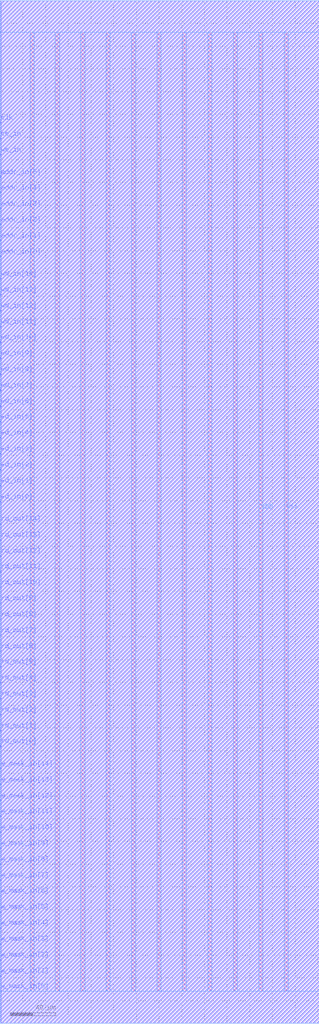
<source format=lef>
VERSION 5.7 ;
BUSBITCHARS "[]" ;
MACRO fakeram130_64x15
  FOREIGN fakeram130_64x15 0 0 ;
  SYMMETRY X Y R90 ;
  SIZE 281.200 BY 900.000 ;
  CLASS BLOCK ;
  PIN w_mask_in[0]
    DIRECTION INPUT ;
    USE SIGNAL ;
    SHAPE ABUTMENT ;
    PORT
      LAYER met3 ;
      RECT 0.000 27.550 0.900 28.450 ;
    END
  END w_mask_in[0]
  PIN w_mask_in[1]
    DIRECTION INPUT ;
    USE SIGNAL ;
    SHAPE ABUTMENT ;
    PORT
      LAYER met3 ;
      RECT 0.000 41.550 0.900 42.450 ;
    END
  END w_mask_in[1]
  PIN w_mask_in[2]
    DIRECTION INPUT ;
    USE SIGNAL ;
    SHAPE ABUTMENT ;
    PORT
      LAYER met3 ;
      RECT 0.000 55.550 0.900 56.450 ;
    END
  END w_mask_in[2]
  PIN w_mask_in[3]
    DIRECTION INPUT ;
    USE SIGNAL ;
    SHAPE ABUTMENT ;
    PORT
      LAYER met3 ;
      RECT 0.000 69.550 0.900 70.450 ;
    END
  END w_mask_in[3]
  PIN w_mask_in[4]
    DIRECTION INPUT ;
    USE SIGNAL ;
    SHAPE ABUTMENT ;
    PORT
      LAYER met3 ;
      RECT 0.000 83.550 0.900 84.450 ;
    END
  END w_mask_in[4]
  PIN w_mask_in[5]
    DIRECTION INPUT ;
    USE SIGNAL ;
    SHAPE ABUTMENT ;
    PORT
      LAYER met3 ;
      RECT 0.000 97.550 0.900 98.450 ;
    END
  END w_mask_in[5]
  PIN w_mask_in[6]
    DIRECTION INPUT ;
    USE SIGNAL ;
    SHAPE ABUTMENT ;
    PORT
      LAYER met3 ;
      RECT 0.000 111.550 0.900 112.450 ;
    END
  END w_mask_in[6]
  PIN w_mask_in[7]
    DIRECTION INPUT ;
    USE SIGNAL ;
    SHAPE ABUTMENT ;
    PORT
      LAYER met3 ;
      RECT 0.000 125.550 0.900 126.450 ;
    END
  END w_mask_in[7]
  PIN w_mask_in[8]
    DIRECTION INPUT ;
    USE SIGNAL ;
    SHAPE ABUTMENT ;
    PORT
      LAYER met3 ;
      RECT 0.000 139.550 0.900 140.450 ;
    END
  END w_mask_in[8]
  PIN w_mask_in[9]
    DIRECTION INPUT ;
    USE SIGNAL ;
    SHAPE ABUTMENT ;
    PORT
      LAYER met3 ;
      RECT 0.000 153.550 0.900 154.450 ;
    END
  END w_mask_in[9]
  PIN w_mask_in[10]
    DIRECTION INPUT ;
    USE SIGNAL ;
    SHAPE ABUTMENT ;
    PORT
      LAYER met3 ;
      RECT 0.000 167.550 0.900 168.450 ;
    END
  END w_mask_in[10]
  PIN w_mask_in[11]
    DIRECTION INPUT ;
    USE SIGNAL ;
    SHAPE ABUTMENT ;
    PORT
      LAYER met3 ;
      RECT 0.000 181.550 0.900 182.450 ;
    END
  END w_mask_in[11]
  PIN w_mask_in[12]
    DIRECTION INPUT ;
    USE SIGNAL ;
    SHAPE ABUTMENT ;
    PORT
      LAYER met3 ;
      RECT 0.000 195.550 0.900 196.450 ;
    END
  END w_mask_in[12]
  PIN w_mask_in[13]
    DIRECTION INPUT ;
    USE SIGNAL ;
    SHAPE ABUTMENT ;
    PORT
      LAYER met3 ;
      RECT 0.000 209.550 0.900 210.450 ;
    END
  END w_mask_in[13]
  PIN w_mask_in[14]
    DIRECTION INPUT ;
    USE SIGNAL ;
    SHAPE ABUTMENT ;
    PORT
      LAYER met3 ;
      RECT 0.000 223.550 0.900 224.450 ;
    END
  END w_mask_in[14]
  PIN rd_out[0]
    DIRECTION OUTPUT ;
    USE SIGNAL ;
    SHAPE ABUTMENT ;
    PORT
      LAYER met3 ;
      RECT 0.000 243.150 0.900 244.050 ;
    END
  END rd_out[0]
  PIN rd_out[1]
    DIRECTION OUTPUT ;
    USE SIGNAL ;
    SHAPE ABUTMENT ;
    PORT
      LAYER met3 ;
      RECT 0.000 257.150 0.900 258.050 ;
    END
  END rd_out[1]
  PIN rd_out[2]
    DIRECTION OUTPUT ;
    USE SIGNAL ;
    SHAPE ABUTMENT ;
    PORT
      LAYER met3 ;
      RECT 0.000 271.150 0.900 272.050 ;
    END
  END rd_out[2]
  PIN rd_out[3]
    DIRECTION OUTPUT ;
    USE SIGNAL ;
    SHAPE ABUTMENT ;
    PORT
      LAYER met3 ;
      RECT 0.000 285.150 0.900 286.050 ;
    END
  END rd_out[3]
  PIN rd_out[4]
    DIRECTION OUTPUT ;
    USE SIGNAL ;
    SHAPE ABUTMENT ;
    PORT
      LAYER met3 ;
      RECT 0.000 299.150 0.900 300.050 ;
    END
  END rd_out[4]
  PIN rd_out[5]
    DIRECTION OUTPUT ;
    USE SIGNAL ;
    SHAPE ABUTMENT ;
    PORT
      LAYER met3 ;
      RECT 0.000 313.150 0.900 314.050 ;
    END
  END rd_out[5]
  PIN rd_out[6]
    DIRECTION OUTPUT ;
    USE SIGNAL ;
    SHAPE ABUTMENT ;
    PORT
      LAYER met3 ;
      RECT 0.000 327.150 0.900 328.050 ;
    END
  END rd_out[6]
  PIN rd_out[7]
    DIRECTION OUTPUT ;
    USE SIGNAL ;
    SHAPE ABUTMENT ;
    PORT
      LAYER met3 ;
      RECT 0.000 341.150 0.900 342.050 ;
    END
  END rd_out[7]
  PIN rd_out[8]
    DIRECTION OUTPUT ;
    USE SIGNAL ;
    SHAPE ABUTMENT ;
    PORT
      LAYER met3 ;
      RECT 0.000 355.150 0.900 356.050 ;
    END
  END rd_out[8]
  PIN rd_out[9]
    DIRECTION OUTPUT ;
    USE SIGNAL ;
    SHAPE ABUTMENT ;
    PORT
      LAYER met3 ;
      RECT 0.000 369.150 0.900 370.050 ;
    END
  END rd_out[9]
  PIN rd_out[10]
    DIRECTION OUTPUT ;
    USE SIGNAL ;
    SHAPE ABUTMENT ;
    PORT
      LAYER met3 ;
      RECT 0.000 383.150 0.900 384.050 ;
    END
  END rd_out[10]
  PIN rd_out[11]
    DIRECTION OUTPUT ;
    USE SIGNAL ;
    SHAPE ABUTMENT ;
    PORT
      LAYER met3 ;
      RECT 0.000 397.150 0.900 398.050 ;
    END
  END rd_out[11]
  PIN rd_out[12]
    DIRECTION OUTPUT ;
    USE SIGNAL ;
    SHAPE ABUTMENT ;
    PORT
      LAYER met3 ;
      RECT 0.000 411.150 0.900 412.050 ;
    END
  END rd_out[12]
  PIN rd_out[13]
    DIRECTION OUTPUT ;
    USE SIGNAL ;
    SHAPE ABUTMENT ;
    PORT
      LAYER met3 ;
      RECT 0.000 425.150 0.900 426.050 ;
    END
  END rd_out[13]
  PIN rd_out[14]
    DIRECTION OUTPUT ;
    USE SIGNAL ;
    SHAPE ABUTMENT ;
    PORT
      LAYER met3 ;
      RECT 0.000 439.150 0.900 440.050 ;
    END
  END rd_out[14]
  PIN wd_in[0]
    DIRECTION INPUT ;
    USE SIGNAL ;
    SHAPE ABUTMENT ;
    PORT
      LAYER met3 ;
      RECT 0.000 458.750 0.900 459.650 ;
    END
  END wd_in[0]
  PIN wd_in[1]
    DIRECTION INPUT ;
    USE SIGNAL ;
    SHAPE ABUTMENT ;
    PORT
      LAYER met3 ;
      RECT 0.000 472.750 0.900 473.650 ;
    END
  END wd_in[1]
  PIN wd_in[2]
    DIRECTION INPUT ;
    USE SIGNAL ;
    SHAPE ABUTMENT ;
    PORT
      LAYER met3 ;
      RECT 0.000 486.750 0.900 487.650 ;
    END
  END wd_in[2]
  PIN wd_in[3]
    DIRECTION INPUT ;
    USE SIGNAL ;
    SHAPE ABUTMENT ;
    PORT
      LAYER met3 ;
      RECT 0.000 500.750 0.900 501.650 ;
    END
  END wd_in[3]
  PIN wd_in[4]
    DIRECTION INPUT ;
    USE SIGNAL ;
    SHAPE ABUTMENT ;
    PORT
      LAYER met3 ;
      RECT 0.000 514.750 0.900 515.650 ;
    END
  END wd_in[4]
  PIN wd_in[5]
    DIRECTION INPUT ;
    USE SIGNAL ;
    SHAPE ABUTMENT ;
    PORT
      LAYER met3 ;
      RECT 0.000 528.750 0.900 529.650 ;
    END
  END wd_in[5]
  PIN wd_in[6]
    DIRECTION INPUT ;
    USE SIGNAL ;
    SHAPE ABUTMENT ;
    PORT
      LAYER met3 ;
      RECT 0.000 542.750 0.900 543.650 ;
    END
  END wd_in[6]
  PIN wd_in[7]
    DIRECTION INPUT ;
    USE SIGNAL ;
    SHAPE ABUTMENT ;
    PORT
      LAYER met3 ;
      RECT 0.000 556.750 0.900 557.650 ;
    END
  END wd_in[7]
  PIN wd_in[8]
    DIRECTION INPUT ;
    USE SIGNAL ;
    SHAPE ABUTMENT ;
    PORT
      LAYER met3 ;
      RECT 0.000 570.750 0.900 571.650 ;
    END
  END wd_in[8]
  PIN wd_in[9]
    DIRECTION INPUT ;
    USE SIGNAL ;
    SHAPE ABUTMENT ;
    PORT
      LAYER met3 ;
      RECT 0.000 584.750 0.900 585.650 ;
    END
  END wd_in[9]
  PIN wd_in[10]
    DIRECTION INPUT ;
    USE SIGNAL ;
    SHAPE ABUTMENT ;
    PORT
      LAYER met3 ;
      RECT 0.000 598.750 0.900 599.650 ;
    END
  END wd_in[10]
  PIN wd_in[11]
    DIRECTION INPUT ;
    USE SIGNAL ;
    SHAPE ABUTMENT ;
    PORT
      LAYER met3 ;
      RECT 0.000 612.750 0.900 613.650 ;
    END
  END wd_in[11]
  PIN wd_in[12]
    DIRECTION INPUT ;
    USE SIGNAL ;
    SHAPE ABUTMENT ;
    PORT
      LAYER met3 ;
      RECT 0.000 626.750 0.900 627.650 ;
    END
  END wd_in[12]
  PIN wd_in[13]
    DIRECTION INPUT ;
    USE SIGNAL ;
    SHAPE ABUTMENT ;
    PORT
      LAYER met3 ;
      RECT 0.000 640.750 0.900 641.650 ;
    END
  END wd_in[13]
  PIN wd_in[14]
    DIRECTION INPUT ;
    USE SIGNAL ;
    SHAPE ABUTMENT ;
    PORT
      LAYER met3 ;
      RECT 0.000 654.750 0.900 655.650 ;
    END
  END wd_in[14]
  PIN addr_in[0]
    DIRECTION INPUT ;
    USE SIGNAL ;
    SHAPE ABUTMENT ;
    PORT
      LAYER met3 ;
      RECT 0.000 674.350 0.900 675.250 ;
    END
  END addr_in[0]
  PIN addr_in[1]
    DIRECTION INPUT ;
    USE SIGNAL ;
    SHAPE ABUTMENT ;
    PORT
      LAYER met3 ;
      RECT 0.000 688.350 0.900 689.250 ;
    END
  END addr_in[1]
  PIN addr_in[2]
    DIRECTION INPUT ;
    USE SIGNAL ;
    SHAPE ABUTMENT ;
    PORT
      LAYER met3 ;
      RECT 0.000 702.350 0.900 703.250 ;
    END
  END addr_in[2]
  PIN addr_in[3]
    DIRECTION INPUT ;
    USE SIGNAL ;
    SHAPE ABUTMENT ;
    PORT
      LAYER met3 ;
      RECT 0.000 716.350 0.900 717.250 ;
    END
  END addr_in[3]
  PIN addr_in[4]
    DIRECTION INPUT ;
    USE SIGNAL ;
    SHAPE ABUTMENT ;
    PORT
      LAYER met3 ;
      RECT 0.000 730.350 0.900 731.250 ;
    END
  END addr_in[4]
  PIN addr_in[5]
    DIRECTION INPUT ;
    USE SIGNAL ;
    SHAPE ABUTMENT ;
    PORT
      LAYER met3 ;
      RECT 0.000 744.350 0.900 745.250 ;
    END
  END addr_in[5]
  PIN we_in
    DIRECTION INPUT ;
    USE SIGNAL ;
    SHAPE ABUTMENT ;
    PORT
      LAYER met3 ;
      RECT 0.000 763.950 0.900 764.850 ;
    END
  END we_in
  PIN ce_in
    DIRECTION INPUT ;
    USE SIGNAL ;
    SHAPE ABUTMENT ;
    PORT
      LAYER met3 ;
      RECT 0.000 777.950 0.900 778.850 ;
    END
  END ce_in
  PIN clk
    DIRECTION INPUT ;
    USE SIGNAL ;
    SHAPE ABUTMENT ;
    PORT
      LAYER met3 ;
      RECT 0.000 791.950 0.900 792.850 ;
    END
  END clk
  PIN VSS
    DIRECTION INOUT ;
    USE GROUND ;
    PORT
      LAYER met4 ;
      RECT 26.200 28.000 29.800 872.000 ;
      RECT 71.000 28.000 74.600 872.000 ;
      RECT 115.800 28.000 119.400 872.000 ;
      RECT 160.600 28.000 164.200 872.000 ;
      RECT 205.400 28.000 209.000 872.000 ;
      RECT 250.200 28.000 253.800 872.000 ;
    END
  END VSS
  PIN VDD
    DIRECTION INOUT ;
    USE POWER ;
    PORT
      LAYER met4 ;
      RECT 48.600 28.000 52.200 872.000 ;
      RECT 93.400 28.000 97.000 872.000 ;
      RECT 138.200 28.000 141.800 872.000 ;
      RECT 183.000 28.000 186.600 872.000 ;
      RECT 227.800 28.000 231.400 872.000 ;
    END
  END VDD
  OBS
    LAYER met1 ;
    RECT 0 0 281.200 900.000 ;
    LAYER met2 ;
    RECT 0 0 281.200 900.000 ;
    LAYER met3 ;
    RECT 0.900 0 281.200 900.000 ;
    RECT 0 0.000 0.900 27.550 ;
    RECT 0 28.450 0.900 41.550 ;
    RECT 0 42.450 0.900 55.550 ;
    RECT 0 56.450 0.900 69.550 ;
    RECT 0 70.450 0.900 83.550 ;
    RECT 0 84.450 0.900 97.550 ;
    RECT 0 98.450 0.900 111.550 ;
    RECT 0 112.450 0.900 125.550 ;
    RECT 0 126.450 0.900 139.550 ;
    RECT 0 140.450 0.900 153.550 ;
    RECT 0 154.450 0.900 167.550 ;
    RECT 0 168.450 0.900 181.550 ;
    RECT 0 182.450 0.900 195.550 ;
    RECT 0 196.450 0.900 209.550 ;
    RECT 0 210.450 0.900 223.550 ;
    RECT 0 224.450 0.900 243.150 ;
    RECT 0 244.050 0.900 257.150 ;
    RECT 0 258.050 0.900 271.150 ;
    RECT 0 272.050 0.900 285.150 ;
    RECT 0 286.050 0.900 299.150 ;
    RECT 0 300.050 0.900 313.150 ;
    RECT 0 314.050 0.900 327.150 ;
    RECT 0 328.050 0.900 341.150 ;
    RECT 0 342.050 0.900 355.150 ;
    RECT 0 356.050 0.900 369.150 ;
    RECT 0 370.050 0.900 383.150 ;
    RECT 0 384.050 0.900 397.150 ;
    RECT 0 398.050 0.900 411.150 ;
    RECT 0 412.050 0.900 425.150 ;
    RECT 0 426.050 0.900 439.150 ;
    RECT 0 440.050 0.900 458.750 ;
    RECT 0 459.650 0.900 472.750 ;
    RECT 0 473.650 0.900 486.750 ;
    RECT 0 487.650 0.900 500.750 ;
    RECT 0 501.650 0.900 514.750 ;
    RECT 0 515.650 0.900 528.750 ;
    RECT 0 529.650 0.900 542.750 ;
    RECT 0 543.650 0.900 556.750 ;
    RECT 0 557.650 0.900 570.750 ;
    RECT 0 571.650 0.900 584.750 ;
    RECT 0 585.650 0.900 598.750 ;
    RECT 0 599.650 0.900 612.750 ;
    RECT 0 613.650 0.900 626.750 ;
    RECT 0 627.650 0.900 640.750 ;
    RECT 0 641.650 0.900 654.750 ;
    RECT 0 655.650 0.900 674.350 ;
    RECT 0 675.250 0.900 688.350 ;
    RECT 0 689.250 0.900 702.350 ;
    RECT 0 703.250 0.900 716.350 ;
    RECT 0 717.250 0.900 730.350 ;
    RECT 0 731.250 0.900 744.350 ;
    RECT 0 745.250 0.900 763.950 ;
    RECT 0 764.850 0.900 777.950 ;
    RECT 0 778.850 0.900 791.950 ;
    RECT 0 792.850 0.900 900.000 ;
    LAYER met4 ;
    RECT 0 0 281.200 28.000 ;
    RECT 0 872.000 281.200 900.000 ;
    RECT 0.000 28.000 26.200 872.000 ;
    RECT 29.800 28.000 48.600 872.000 ;
    RECT 52.200 28.000 71.000 872.000 ;
    RECT 74.600 28.000 93.400 872.000 ;
    RECT 97.000 28.000 115.800 872.000 ;
    RECT 119.400 28.000 138.200 872.000 ;
    RECT 141.800 28.000 160.600 872.000 ;
    RECT 164.200 28.000 183.000 872.000 ;
    RECT 186.600 28.000 205.400 872.000 ;
    RECT 209.000 28.000 227.800 872.000 ;
    RECT 231.400 28.000 250.200 872.000 ;
    RECT 253.800 28.000 281.200 872.000 ;
    
  END
END fakeram130_64x15

END LIBRARY

</source>
